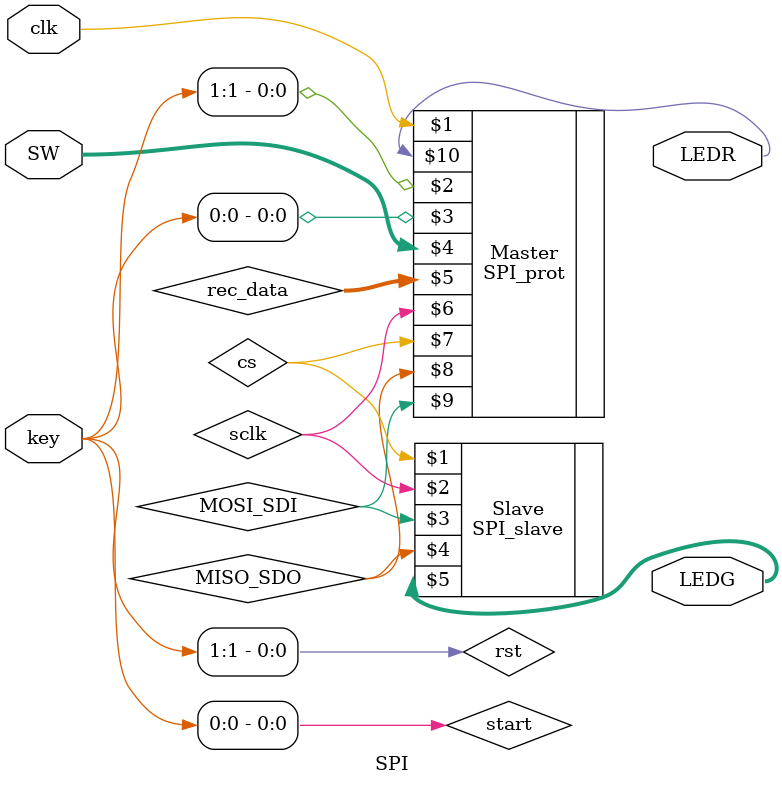
<source format=v>
module SPI(clk,key,SW,LEDG,LEDR);
input clk;
input [1:0]key;
input [7:0]SW;
output [7:0]LEDG;
output LEDR;

wire MISO_SDO, MOSI_SDI, sclk,cs;
wire start,rst,done;
assign start = key[0];
assign rst = key[1];
wire [7:0]rec_data;
SPI_prot Master(
clk,rst,start,SW,rec_data,sclk,cs,MISO_SDO,MOSI_SDI,LEDR
);

SPI_slave Slave(
cs,sclk,MOSI_SDI,MISO_SDO,LEDG
);
endmodule

</source>
